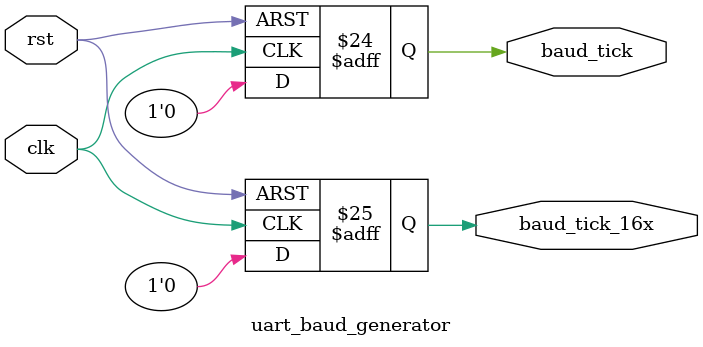
<source format=v>
module uart_baud_generator #(
    parameter CLOCK_FREQ = 100000,   
    parameter BAUD_RATE = 10000
)(
    input wire clk,
    input wire rst,
    output reg baud_tick,
    output reg baud_tick_16x
);

    localparam BAUD_DIVISOR_16X = CLOCK_FREQ / (BAUD_RATE * 16);
    localparam COUNTER_WIDTH = $clog2(BAUD_DIVISOR_16X);

    reg [COUNTER_WIDTH-1:0] counter;
    reg [3:0] oversample_counter;

    always @(posedge clk or posedge rst) begin
        if (rst) begin
            counter <= 0;
            oversample_counter <= 0;
            baud_tick <= 0;
            baud_tick_16x <= 0;
        end else begin
            if (counter == BAUD_DIVISOR_16X - 1) begin
                counter <= 0;
                baud_tick_16x <= 1;
                oversample_counter <= oversample_counter + 1;

                if (oversample_counter == 15) begin
                    baud_tick <= 1;
                    oversample_counter <= 0;
                end else begin
                    baud_tick <= 0;
                end
            end else begin
                counter <= counter + 1;
                baud_tick <= 0;
                baud_tick_16x <= 0;
            end
        end
    end

endmodule
</source>
